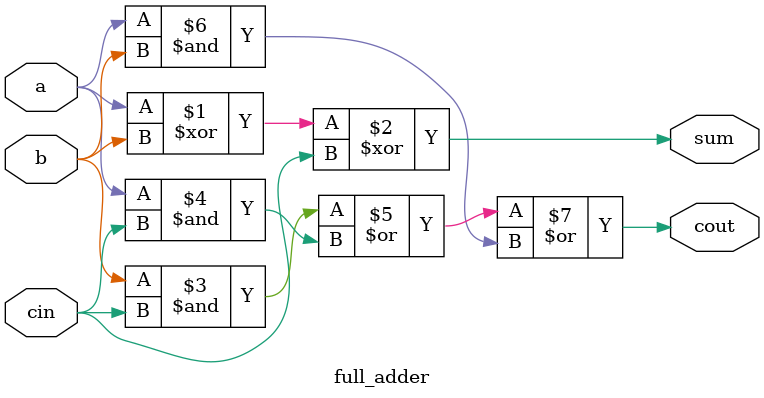
<source format=v>
module One_bit_ALU (a, b, CarryIn, ctrl_wrd, CarryOut, Result);
	
	input a, b, CarryIn;
	input [3:0] ctrl_wrd; // 4bit control word to select operations
	output CarryOut, Result;
	wire Out_a, Out_b, cout, sum;
	wire In1, In2, In3;

		Mult2to1 a_Mux2x1(.In1(a), .Sel(ctrl_wrd[3]), .Out(Out_a));
		Mult2to1 b_Mux2x1(.In1(b), .Sel(ctrl_wrd[2]), .Out(Out_b));
		full_adder FA(.a(Out_a), .b(Out_b), .cin(CarryIn), .sum(In1), .cout(CarryOut));
		and_gate AND(.a(Out_a), .b(Out_b), .cout(In2));
		or_gate OR(.a(Out_a), .b(Out_b), .cout(In3));
		Mult4to1 Mux4x1(.TransferB(b), .In1(In1), .In2(In2), .In3(In3), .Sel(ctrl_wrd[1:0]), .Out(Result) );
		
endmodule


// 2X1 MULTIPLEXER
module Mult2to1(In1,Sel,Out);
	input In1,Sel;
	output reg Out;
	
always @(In1,Sel)

	begin
	case (Sel)
	1'b0 : Out <= In1;
	1'b1 : Out <= ~In1;
	endcase
	
end
endmodule


//AND GATE
module and_gate (a, b, cout);
	input a, b;
	output cout;

	assign cout = a & b; // AND operation of a and b

endmodule
//OR GATE
module or_gate (a, b, cout);
	input a, b;
	output cout;
		
		assign cout = a | b; // OR operation of a and b
		
endmodule
// 4to1 MUX
module Mult4to1(TransferB, In1, In2, In3, Sel, Out );
	input In1, In2, In3, TransferB;
	input[1:0] Sel; //Two LSB bits of ctrl_wrd to select operation
	output reg Out;
	
always @( TransferB, In1, In2, In3, Sel ) //sensitivity list of In1, In2, In3, Sel inputs
	begin
	case( Sel )
	2'b00 : Out <= In2; //Selects the AND gate output
	2'b01 : Out <= In3; //Selects the OR gate output
	2'b10 : Out <= In1; //Selects the Full ADDER output
	2'b11 : Out <= TransferB;
	endcase
end
endmodule
//FULL ADDER

module full_adder ( a, b, cin, sum, cout );
input a, b, cin;
output cout, sum;

	assign sum = a^b^cin; //SUM
	assign cout = (b & cin) | (a & cin) |(a & b); //CARRYOUT
	
endmodule
</source>
